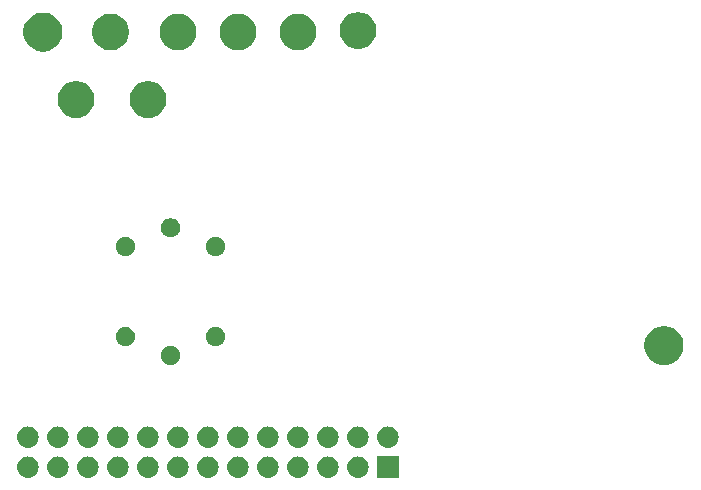
<source format=gbr>
G04 #@! TF.GenerationSoftware,KiCad,Pcbnew,(5.1.4)-1*
G04 #@! TF.CreationDate,2019-12-13T11:21:49+09:00*
G04 #@! TF.ProjectId,microcar_head,6d696372-6f63-4617-925f-686561642e6b,rev?*
G04 #@! TF.SameCoordinates,Original*
G04 #@! TF.FileFunction,Soldermask,Bot*
G04 #@! TF.FilePolarity,Negative*
%FSLAX46Y46*%
G04 Gerber Fmt 4.6, Leading zero omitted, Abs format (unit mm)*
G04 Created by KiCad (PCBNEW (5.1.4)-1) date 2019-12-13 11:21:49*
%MOMM*%
%LPD*%
G04 APERTURE LIST*
%ADD10C,0.100000*%
G04 APERTURE END LIST*
D10*
G36*
X40750443Y-63240519D02*
G01*
X40816627Y-63247037D01*
X40986466Y-63298557D01*
X41142991Y-63382222D01*
X41178729Y-63411552D01*
X41280186Y-63494814D01*
X41363448Y-63596271D01*
X41392778Y-63632009D01*
X41476443Y-63788534D01*
X41527963Y-63958373D01*
X41545359Y-64135000D01*
X41527963Y-64311627D01*
X41476443Y-64481466D01*
X41392778Y-64637991D01*
X41363448Y-64673729D01*
X41280186Y-64775186D01*
X41178729Y-64858448D01*
X41142991Y-64887778D01*
X40986466Y-64971443D01*
X40816627Y-65022963D01*
X40750442Y-65029482D01*
X40684260Y-65036000D01*
X40595740Y-65036000D01*
X40529558Y-65029482D01*
X40463373Y-65022963D01*
X40293534Y-64971443D01*
X40137009Y-64887778D01*
X40101271Y-64858448D01*
X39999814Y-64775186D01*
X39916552Y-64673729D01*
X39887222Y-64637991D01*
X39803557Y-64481466D01*
X39752037Y-64311627D01*
X39734641Y-64135000D01*
X39752037Y-63958373D01*
X39803557Y-63788534D01*
X39887222Y-63632009D01*
X39916552Y-63596271D01*
X39999814Y-63494814D01*
X40101271Y-63411552D01*
X40137009Y-63382222D01*
X40293534Y-63298557D01*
X40463373Y-63247037D01*
X40529557Y-63240519D01*
X40595740Y-63234000D01*
X40684260Y-63234000D01*
X40750443Y-63240519D01*
X40750443Y-63240519D01*
G37*
G36*
X48370443Y-63240519D02*
G01*
X48436627Y-63247037D01*
X48606466Y-63298557D01*
X48762991Y-63382222D01*
X48798729Y-63411552D01*
X48900186Y-63494814D01*
X48983448Y-63596271D01*
X49012778Y-63632009D01*
X49096443Y-63788534D01*
X49147963Y-63958373D01*
X49165359Y-64135000D01*
X49147963Y-64311627D01*
X49096443Y-64481466D01*
X49012778Y-64637991D01*
X48983448Y-64673729D01*
X48900186Y-64775186D01*
X48798729Y-64858448D01*
X48762991Y-64887778D01*
X48606466Y-64971443D01*
X48436627Y-65022963D01*
X48370442Y-65029482D01*
X48304260Y-65036000D01*
X48215740Y-65036000D01*
X48149558Y-65029482D01*
X48083373Y-65022963D01*
X47913534Y-64971443D01*
X47757009Y-64887778D01*
X47721271Y-64858448D01*
X47619814Y-64775186D01*
X47536552Y-64673729D01*
X47507222Y-64637991D01*
X47423557Y-64481466D01*
X47372037Y-64311627D01*
X47354641Y-64135000D01*
X47372037Y-63958373D01*
X47423557Y-63788534D01*
X47507222Y-63632009D01*
X47536552Y-63596271D01*
X47619814Y-63494814D01*
X47721271Y-63411552D01*
X47757009Y-63382222D01*
X47913534Y-63298557D01*
X48083373Y-63247037D01*
X48149557Y-63240519D01*
X48215740Y-63234000D01*
X48304260Y-63234000D01*
X48370443Y-63240519D01*
X48370443Y-63240519D01*
G37*
G36*
X51701000Y-65036000D02*
G01*
X49899000Y-65036000D01*
X49899000Y-63234000D01*
X51701000Y-63234000D01*
X51701000Y-65036000D01*
X51701000Y-65036000D01*
G37*
G36*
X45830443Y-63240519D02*
G01*
X45896627Y-63247037D01*
X46066466Y-63298557D01*
X46222991Y-63382222D01*
X46258729Y-63411552D01*
X46360186Y-63494814D01*
X46443448Y-63596271D01*
X46472778Y-63632009D01*
X46556443Y-63788534D01*
X46607963Y-63958373D01*
X46625359Y-64135000D01*
X46607963Y-64311627D01*
X46556443Y-64481466D01*
X46472778Y-64637991D01*
X46443448Y-64673729D01*
X46360186Y-64775186D01*
X46258729Y-64858448D01*
X46222991Y-64887778D01*
X46066466Y-64971443D01*
X45896627Y-65022963D01*
X45830442Y-65029482D01*
X45764260Y-65036000D01*
X45675740Y-65036000D01*
X45609558Y-65029482D01*
X45543373Y-65022963D01*
X45373534Y-64971443D01*
X45217009Y-64887778D01*
X45181271Y-64858448D01*
X45079814Y-64775186D01*
X44996552Y-64673729D01*
X44967222Y-64637991D01*
X44883557Y-64481466D01*
X44832037Y-64311627D01*
X44814641Y-64135000D01*
X44832037Y-63958373D01*
X44883557Y-63788534D01*
X44967222Y-63632009D01*
X44996552Y-63596271D01*
X45079814Y-63494814D01*
X45181271Y-63411552D01*
X45217009Y-63382222D01*
X45373534Y-63298557D01*
X45543373Y-63247037D01*
X45609557Y-63240519D01*
X45675740Y-63234000D01*
X45764260Y-63234000D01*
X45830443Y-63240519D01*
X45830443Y-63240519D01*
G37*
G36*
X43290443Y-63240519D02*
G01*
X43356627Y-63247037D01*
X43526466Y-63298557D01*
X43682991Y-63382222D01*
X43718729Y-63411552D01*
X43820186Y-63494814D01*
X43903448Y-63596271D01*
X43932778Y-63632009D01*
X44016443Y-63788534D01*
X44067963Y-63958373D01*
X44085359Y-64135000D01*
X44067963Y-64311627D01*
X44016443Y-64481466D01*
X43932778Y-64637991D01*
X43903448Y-64673729D01*
X43820186Y-64775186D01*
X43718729Y-64858448D01*
X43682991Y-64887778D01*
X43526466Y-64971443D01*
X43356627Y-65022963D01*
X43290442Y-65029482D01*
X43224260Y-65036000D01*
X43135740Y-65036000D01*
X43069558Y-65029482D01*
X43003373Y-65022963D01*
X42833534Y-64971443D01*
X42677009Y-64887778D01*
X42641271Y-64858448D01*
X42539814Y-64775186D01*
X42456552Y-64673729D01*
X42427222Y-64637991D01*
X42343557Y-64481466D01*
X42292037Y-64311627D01*
X42274641Y-64135000D01*
X42292037Y-63958373D01*
X42343557Y-63788534D01*
X42427222Y-63632009D01*
X42456552Y-63596271D01*
X42539814Y-63494814D01*
X42641271Y-63411552D01*
X42677009Y-63382222D01*
X42833534Y-63298557D01*
X43003373Y-63247037D01*
X43069557Y-63240519D01*
X43135740Y-63234000D01*
X43224260Y-63234000D01*
X43290443Y-63240519D01*
X43290443Y-63240519D01*
G37*
G36*
X38210443Y-63240519D02*
G01*
X38276627Y-63247037D01*
X38446466Y-63298557D01*
X38602991Y-63382222D01*
X38638729Y-63411552D01*
X38740186Y-63494814D01*
X38823448Y-63596271D01*
X38852778Y-63632009D01*
X38936443Y-63788534D01*
X38987963Y-63958373D01*
X39005359Y-64135000D01*
X38987963Y-64311627D01*
X38936443Y-64481466D01*
X38852778Y-64637991D01*
X38823448Y-64673729D01*
X38740186Y-64775186D01*
X38638729Y-64858448D01*
X38602991Y-64887778D01*
X38446466Y-64971443D01*
X38276627Y-65022963D01*
X38210442Y-65029482D01*
X38144260Y-65036000D01*
X38055740Y-65036000D01*
X37989558Y-65029482D01*
X37923373Y-65022963D01*
X37753534Y-64971443D01*
X37597009Y-64887778D01*
X37561271Y-64858448D01*
X37459814Y-64775186D01*
X37376552Y-64673729D01*
X37347222Y-64637991D01*
X37263557Y-64481466D01*
X37212037Y-64311627D01*
X37194641Y-64135000D01*
X37212037Y-63958373D01*
X37263557Y-63788534D01*
X37347222Y-63632009D01*
X37376552Y-63596271D01*
X37459814Y-63494814D01*
X37561271Y-63411552D01*
X37597009Y-63382222D01*
X37753534Y-63298557D01*
X37923373Y-63247037D01*
X37989557Y-63240519D01*
X38055740Y-63234000D01*
X38144260Y-63234000D01*
X38210443Y-63240519D01*
X38210443Y-63240519D01*
G37*
G36*
X35670443Y-63240519D02*
G01*
X35736627Y-63247037D01*
X35906466Y-63298557D01*
X36062991Y-63382222D01*
X36098729Y-63411552D01*
X36200186Y-63494814D01*
X36283448Y-63596271D01*
X36312778Y-63632009D01*
X36396443Y-63788534D01*
X36447963Y-63958373D01*
X36465359Y-64135000D01*
X36447963Y-64311627D01*
X36396443Y-64481466D01*
X36312778Y-64637991D01*
X36283448Y-64673729D01*
X36200186Y-64775186D01*
X36098729Y-64858448D01*
X36062991Y-64887778D01*
X35906466Y-64971443D01*
X35736627Y-65022963D01*
X35670442Y-65029482D01*
X35604260Y-65036000D01*
X35515740Y-65036000D01*
X35449558Y-65029482D01*
X35383373Y-65022963D01*
X35213534Y-64971443D01*
X35057009Y-64887778D01*
X35021271Y-64858448D01*
X34919814Y-64775186D01*
X34836552Y-64673729D01*
X34807222Y-64637991D01*
X34723557Y-64481466D01*
X34672037Y-64311627D01*
X34654641Y-64135000D01*
X34672037Y-63958373D01*
X34723557Y-63788534D01*
X34807222Y-63632009D01*
X34836552Y-63596271D01*
X34919814Y-63494814D01*
X35021271Y-63411552D01*
X35057009Y-63382222D01*
X35213534Y-63298557D01*
X35383373Y-63247037D01*
X35449557Y-63240519D01*
X35515740Y-63234000D01*
X35604260Y-63234000D01*
X35670443Y-63240519D01*
X35670443Y-63240519D01*
G37*
G36*
X33130443Y-63240519D02*
G01*
X33196627Y-63247037D01*
X33366466Y-63298557D01*
X33522991Y-63382222D01*
X33558729Y-63411552D01*
X33660186Y-63494814D01*
X33743448Y-63596271D01*
X33772778Y-63632009D01*
X33856443Y-63788534D01*
X33907963Y-63958373D01*
X33925359Y-64135000D01*
X33907963Y-64311627D01*
X33856443Y-64481466D01*
X33772778Y-64637991D01*
X33743448Y-64673729D01*
X33660186Y-64775186D01*
X33558729Y-64858448D01*
X33522991Y-64887778D01*
X33366466Y-64971443D01*
X33196627Y-65022963D01*
X33130442Y-65029482D01*
X33064260Y-65036000D01*
X32975740Y-65036000D01*
X32909558Y-65029482D01*
X32843373Y-65022963D01*
X32673534Y-64971443D01*
X32517009Y-64887778D01*
X32481271Y-64858448D01*
X32379814Y-64775186D01*
X32296552Y-64673729D01*
X32267222Y-64637991D01*
X32183557Y-64481466D01*
X32132037Y-64311627D01*
X32114641Y-64135000D01*
X32132037Y-63958373D01*
X32183557Y-63788534D01*
X32267222Y-63632009D01*
X32296552Y-63596271D01*
X32379814Y-63494814D01*
X32481271Y-63411552D01*
X32517009Y-63382222D01*
X32673534Y-63298557D01*
X32843373Y-63247037D01*
X32909557Y-63240519D01*
X32975740Y-63234000D01*
X33064260Y-63234000D01*
X33130443Y-63240519D01*
X33130443Y-63240519D01*
G37*
G36*
X30590443Y-63240519D02*
G01*
X30656627Y-63247037D01*
X30826466Y-63298557D01*
X30982991Y-63382222D01*
X31018729Y-63411552D01*
X31120186Y-63494814D01*
X31203448Y-63596271D01*
X31232778Y-63632009D01*
X31316443Y-63788534D01*
X31367963Y-63958373D01*
X31385359Y-64135000D01*
X31367963Y-64311627D01*
X31316443Y-64481466D01*
X31232778Y-64637991D01*
X31203448Y-64673729D01*
X31120186Y-64775186D01*
X31018729Y-64858448D01*
X30982991Y-64887778D01*
X30826466Y-64971443D01*
X30656627Y-65022963D01*
X30590442Y-65029482D01*
X30524260Y-65036000D01*
X30435740Y-65036000D01*
X30369558Y-65029482D01*
X30303373Y-65022963D01*
X30133534Y-64971443D01*
X29977009Y-64887778D01*
X29941271Y-64858448D01*
X29839814Y-64775186D01*
X29756552Y-64673729D01*
X29727222Y-64637991D01*
X29643557Y-64481466D01*
X29592037Y-64311627D01*
X29574641Y-64135000D01*
X29592037Y-63958373D01*
X29643557Y-63788534D01*
X29727222Y-63632009D01*
X29756552Y-63596271D01*
X29839814Y-63494814D01*
X29941271Y-63411552D01*
X29977009Y-63382222D01*
X30133534Y-63298557D01*
X30303373Y-63247037D01*
X30369557Y-63240519D01*
X30435740Y-63234000D01*
X30524260Y-63234000D01*
X30590443Y-63240519D01*
X30590443Y-63240519D01*
G37*
G36*
X28050443Y-63240519D02*
G01*
X28116627Y-63247037D01*
X28286466Y-63298557D01*
X28442991Y-63382222D01*
X28478729Y-63411552D01*
X28580186Y-63494814D01*
X28663448Y-63596271D01*
X28692778Y-63632009D01*
X28776443Y-63788534D01*
X28827963Y-63958373D01*
X28845359Y-64135000D01*
X28827963Y-64311627D01*
X28776443Y-64481466D01*
X28692778Y-64637991D01*
X28663448Y-64673729D01*
X28580186Y-64775186D01*
X28478729Y-64858448D01*
X28442991Y-64887778D01*
X28286466Y-64971443D01*
X28116627Y-65022963D01*
X28050442Y-65029482D01*
X27984260Y-65036000D01*
X27895740Y-65036000D01*
X27829558Y-65029482D01*
X27763373Y-65022963D01*
X27593534Y-64971443D01*
X27437009Y-64887778D01*
X27401271Y-64858448D01*
X27299814Y-64775186D01*
X27216552Y-64673729D01*
X27187222Y-64637991D01*
X27103557Y-64481466D01*
X27052037Y-64311627D01*
X27034641Y-64135000D01*
X27052037Y-63958373D01*
X27103557Y-63788534D01*
X27187222Y-63632009D01*
X27216552Y-63596271D01*
X27299814Y-63494814D01*
X27401271Y-63411552D01*
X27437009Y-63382222D01*
X27593534Y-63298557D01*
X27763373Y-63247037D01*
X27829557Y-63240519D01*
X27895740Y-63234000D01*
X27984260Y-63234000D01*
X28050443Y-63240519D01*
X28050443Y-63240519D01*
G37*
G36*
X25510443Y-63240519D02*
G01*
X25576627Y-63247037D01*
X25746466Y-63298557D01*
X25902991Y-63382222D01*
X25938729Y-63411552D01*
X26040186Y-63494814D01*
X26123448Y-63596271D01*
X26152778Y-63632009D01*
X26236443Y-63788534D01*
X26287963Y-63958373D01*
X26305359Y-64135000D01*
X26287963Y-64311627D01*
X26236443Y-64481466D01*
X26152778Y-64637991D01*
X26123448Y-64673729D01*
X26040186Y-64775186D01*
X25938729Y-64858448D01*
X25902991Y-64887778D01*
X25746466Y-64971443D01*
X25576627Y-65022963D01*
X25510442Y-65029482D01*
X25444260Y-65036000D01*
X25355740Y-65036000D01*
X25289558Y-65029482D01*
X25223373Y-65022963D01*
X25053534Y-64971443D01*
X24897009Y-64887778D01*
X24861271Y-64858448D01*
X24759814Y-64775186D01*
X24676552Y-64673729D01*
X24647222Y-64637991D01*
X24563557Y-64481466D01*
X24512037Y-64311627D01*
X24494641Y-64135000D01*
X24512037Y-63958373D01*
X24563557Y-63788534D01*
X24647222Y-63632009D01*
X24676552Y-63596271D01*
X24759814Y-63494814D01*
X24861271Y-63411552D01*
X24897009Y-63382222D01*
X25053534Y-63298557D01*
X25223373Y-63247037D01*
X25289557Y-63240519D01*
X25355740Y-63234000D01*
X25444260Y-63234000D01*
X25510443Y-63240519D01*
X25510443Y-63240519D01*
G37*
G36*
X22970443Y-63240519D02*
G01*
X23036627Y-63247037D01*
X23206466Y-63298557D01*
X23362991Y-63382222D01*
X23398729Y-63411552D01*
X23500186Y-63494814D01*
X23583448Y-63596271D01*
X23612778Y-63632009D01*
X23696443Y-63788534D01*
X23747963Y-63958373D01*
X23765359Y-64135000D01*
X23747963Y-64311627D01*
X23696443Y-64481466D01*
X23612778Y-64637991D01*
X23583448Y-64673729D01*
X23500186Y-64775186D01*
X23398729Y-64858448D01*
X23362991Y-64887778D01*
X23206466Y-64971443D01*
X23036627Y-65022963D01*
X22970442Y-65029482D01*
X22904260Y-65036000D01*
X22815740Y-65036000D01*
X22749558Y-65029482D01*
X22683373Y-65022963D01*
X22513534Y-64971443D01*
X22357009Y-64887778D01*
X22321271Y-64858448D01*
X22219814Y-64775186D01*
X22136552Y-64673729D01*
X22107222Y-64637991D01*
X22023557Y-64481466D01*
X21972037Y-64311627D01*
X21954641Y-64135000D01*
X21972037Y-63958373D01*
X22023557Y-63788534D01*
X22107222Y-63632009D01*
X22136552Y-63596271D01*
X22219814Y-63494814D01*
X22321271Y-63411552D01*
X22357009Y-63382222D01*
X22513534Y-63298557D01*
X22683373Y-63247037D01*
X22749557Y-63240519D01*
X22815740Y-63234000D01*
X22904260Y-63234000D01*
X22970443Y-63240519D01*
X22970443Y-63240519D01*
G37*
G36*
X20430443Y-63240519D02*
G01*
X20496627Y-63247037D01*
X20666466Y-63298557D01*
X20822991Y-63382222D01*
X20858729Y-63411552D01*
X20960186Y-63494814D01*
X21043448Y-63596271D01*
X21072778Y-63632009D01*
X21156443Y-63788534D01*
X21207963Y-63958373D01*
X21225359Y-64135000D01*
X21207963Y-64311627D01*
X21156443Y-64481466D01*
X21072778Y-64637991D01*
X21043448Y-64673729D01*
X20960186Y-64775186D01*
X20858729Y-64858448D01*
X20822991Y-64887778D01*
X20666466Y-64971443D01*
X20496627Y-65022963D01*
X20430442Y-65029482D01*
X20364260Y-65036000D01*
X20275740Y-65036000D01*
X20209558Y-65029482D01*
X20143373Y-65022963D01*
X19973534Y-64971443D01*
X19817009Y-64887778D01*
X19781271Y-64858448D01*
X19679814Y-64775186D01*
X19596552Y-64673729D01*
X19567222Y-64637991D01*
X19483557Y-64481466D01*
X19432037Y-64311627D01*
X19414641Y-64135000D01*
X19432037Y-63958373D01*
X19483557Y-63788534D01*
X19567222Y-63632009D01*
X19596552Y-63596271D01*
X19679814Y-63494814D01*
X19781271Y-63411552D01*
X19817009Y-63382222D01*
X19973534Y-63298557D01*
X20143373Y-63247037D01*
X20209557Y-63240519D01*
X20275740Y-63234000D01*
X20364260Y-63234000D01*
X20430443Y-63240519D01*
X20430443Y-63240519D01*
G37*
G36*
X33130443Y-60700519D02*
G01*
X33196627Y-60707037D01*
X33366466Y-60758557D01*
X33522991Y-60842222D01*
X33558729Y-60871552D01*
X33660186Y-60954814D01*
X33743448Y-61056271D01*
X33772778Y-61092009D01*
X33856443Y-61248534D01*
X33907963Y-61418373D01*
X33925359Y-61595000D01*
X33907963Y-61771627D01*
X33856443Y-61941466D01*
X33772778Y-62097991D01*
X33743448Y-62133729D01*
X33660186Y-62235186D01*
X33558729Y-62318448D01*
X33522991Y-62347778D01*
X33366466Y-62431443D01*
X33196627Y-62482963D01*
X33130443Y-62489481D01*
X33064260Y-62496000D01*
X32975740Y-62496000D01*
X32909557Y-62489481D01*
X32843373Y-62482963D01*
X32673534Y-62431443D01*
X32517009Y-62347778D01*
X32481271Y-62318448D01*
X32379814Y-62235186D01*
X32296552Y-62133729D01*
X32267222Y-62097991D01*
X32183557Y-61941466D01*
X32132037Y-61771627D01*
X32114641Y-61595000D01*
X32132037Y-61418373D01*
X32183557Y-61248534D01*
X32267222Y-61092009D01*
X32296552Y-61056271D01*
X32379814Y-60954814D01*
X32481271Y-60871552D01*
X32517009Y-60842222D01*
X32673534Y-60758557D01*
X32843373Y-60707037D01*
X32909557Y-60700519D01*
X32975740Y-60694000D01*
X33064260Y-60694000D01*
X33130443Y-60700519D01*
X33130443Y-60700519D01*
G37*
G36*
X20430443Y-60700519D02*
G01*
X20496627Y-60707037D01*
X20666466Y-60758557D01*
X20822991Y-60842222D01*
X20858729Y-60871552D01*
X20960186Y-60954814D01*
X21043448Y-61056271D01*
X21072778Y-61092009D01*
X21156443Y-61248534D01*
X21207963Y-61418373D01*
X21225359Y-61595000D01*
X21207963Y-61771627D01*
X21156443Y-61941466D01*
X21072778Y-62097991D01*
X21043448Y-62133729D01*
X20960186Y-62235186D01*
X20858729Y-62318448D01*
X20822991Y-62347778D01*
X20666466Y-62431443D01*
X20496627Y-62482963D01*
X20430443Y-62489481D01*
X20364260Y-62496000D01*
X20275740Y-62496000D01*
X20209557Y-62489481D01*
X20143373Y-62482963D01*
X19973534Y-62431443D01*
X19817009Y-62347778D01*
X19781271Y-62318448D01*
X19679814Y-62235186D01*
X19596552Y-62133729D01*
X19567222Y-62097991D01*
X19483557Y-61941466D01*
X19432037Y-61771627D01*
X19414641Y-61595000D01*
X19432037Y-61418373D01*
X19483557Y-61248534D01*
X19567222Y-61092009D01*
X19596552Y-61056271D01*
X19679814Y-60954814D01*
X19781271Y-60871552D01*
X19817009Y-60842222D01*
X19973534Y-60758557D01*
X20143373Y-60707037D01*
X20209557Y-60700519D01*
X20275740Y-60694000D01*
X20364260Y-60694000D01*
X20430443Y-60700519D01*
X20430443Y-60700519D01*
G37*
G36*
X22970443Y-60700519D02*
G01*
X23036627Y-60707037D01*
X23206466Y-60758557D01*
X23362991Y-60842222D01*
X23398729Y-60871552D01*
X23500186Y-60954814D01*
X23583448Y-61056271D01*
X23612778Y-61092009D01*
X23696443Y-61248534D01*
X23747963Y-61418373D01*
X23765359Y-61595000D01*
X23747963Y-61771627D01*
X23696443Y-61941466D01*
X23612778Y-62097991D01*
X23583448Y-62133729D01*
X23500186Y-62235186D01*
X23398729Y-62318448D01*
X23362991Y-62347778D01*
X23206466Y-62431443D01*
X23036627Y-62482963D01*
X22970443Y-62489481D01*
X22904260Y-62496000D01*
X22815740Y-62496000D01*
X22749557Y-62489481D01*
X22683373Y-62482963D01*
X22513534Y-62431443D01*
X22357009Y-62347778D01*
X22321271Y-62318448D01*
X22219814Y-62235186D01*
X22136552Y-62133729D01*
X22107222Y-62097991D01*
X22023557Y-61941466D01*
X21972037Y-61771627D01*
X21954641Y-61595000D01*
X21972037Y-61418373D01*
X22023557Y-61248534D01*
X22107222Y-61092009D01*
X22136552Y-61056271D01*
X22219814Y-60954814D01*
X22321271Y-60871552D01*
X22357009Y-60842222D01*
X22513534Y-60758557D01*
X22683373Y-60707037D01*
X22749557Y-60700519D01*
X22815740Y-60694000D01*
X22904260Y-60694000D01*
X22970443Y-60700519D01*
X22970443Y-60700519D01*
G37*
G36*
X25510443Y-60700519D02*
G01*
X25576627Y-60707037D01*
X25746466Y-60758557D01*
X25902991Y-60842222D01*
X25938729Y-60871552D01*
X26040186Y-60954814D01*
X26123448Y-61056271D01*
X26152778Y-61092009D01*
X26236443Y-61248534D01*
X26287963Y-61418373D01*
X26305359Y-61595000D01*
X26287963Y-61771627D01*
X26236443Y-61941466D01*
X26152778Y-62097991D01*
X26123448Y-62133729D01*
X26040186Y-62235186D01*
X25938729Y-62318448D01*
X25902991Y-62347778D01*
X25746466Y-62431443D01*
X25576627Y-62482963D01*
X25510443Y-62489481D01*
X25444260Y-62496000D01*
X25355740Y-62496000D01*
X25289557Y-62489481D01*
X25223373Y-62482963D01*
X25053534Y-62431443D01*
X24897009Y-62347778D01*
X24861271Y-62318448D01*
X24759814Y-62235186D01*
X24676552Y-62133729D01*
X24647222Y-62097991D01*
X24563557Y-61941466D01*
X24512037Y-61771627D01*
X24494641Y-61595000D01*
X24512037Y-61418373D01*
X24563557Y-61248534D01*
X24647222Y-61092009D01*
X24676552Y-61056271D01*
X24759814Y-60954814D01*
X24861271Y-60871552D01*
X24897009Y-60842222D01*
X25053534Y-60758557D01*
X25223373Y-60707037D01*
X25289557Y-60700519D01*
X25355740Y-60694000D01*
X25444260Y-60694000D01*
X25510443Y-60700519D01*
X25510443Y-60700519D01*
G37*
G36*
X28050443Y-60700519D02*
G01*
X28116627Y-60707037D01*
X28286466Y-60758557D01*
X28442991Y-60842222D01*
X28478729Y-60871552D01*
X28580186Y-60954814D01*
X28663448Y-61056271D01*
X28692778Y-61092009D01*
X28776443Y-61248534D01*
X28827963Y-61418373D01*
X28845359Y-61595000D01*
X28827963Y-61771627D01*
X28776443Y-61941466D01*
X28692778Y-62097991D01*
X28663448Y-62133729D01*
X28580186Y-62235186D01*
X28478729Y-62318448D01*
X28442991Y-62347778D01*
X28286466Y-62431443D01*
X28116627Y-62482963D01*
X28050443Y-62489481D01*
X27984260Y-62496000D01*
X27895740Y-62496000D01*
X27829557Y-62489481D01*
X27763373Y-62482963D01*
X27593534Y-62431443D01*
X27437009Y-62347778D01*
X27401271Y-62318448D01*
X27299814Y-62235186D01*
X27216552Y-62133729D01*
X27187222Y-62097991D01*
X27103557Y-61941466D01*
X27052037Y-61771627D01*
X27034641Y-61595000D01*
X27052037Y-61418373D01*
X27103557Y-61248534D01*
X27187222Y-61092009D01*
X27216552Y-61056271D01*
X27299814Y-60954814D01*
X27401271Y-60871552D01*
X27437009Y-60842222D01*
X27593534Y-60758557D01*
X27763373Y-60707037D01*
X27829557Y-60700519D01*
X27895740Y-60694000D01*
X27984260Y-60694000D01*
X28050443Y-60700519D01*
X28050443Y-60700519D01*
G37*
G36*
X30590443Y-60700519D02*
G01*
X30656627Y-60707037D01*
X30826466Y-60758557D01*
X30982991Y-60842222D01*
X31018729Y-60871552D01*
X31120186Y-60954814D01*
X31203448Y-61056271D01*
X31232778Y-61092009D01*
X31316443Y-61248534D01*
X31367963Y-61418373D01*
X31385359Y-61595000D01*
X31367963Y-61771627D01*
X31316443Y-61941466D01*
X31232778Y-62097991D01*
X31203448Y-62133729D01*
X31120186Y-62235186D01*
X31018729Y-62318448D01*
X30982991Y-62347778D01*
X30826466Y-62431443D01*
X30656627Y-62482963D01*
X30590443Y-62489481D01*
X30524260Y-62496000D01*
X30435740Y-62496000D01*
X30369557Y-62489481D01*
X30303373Y-62482963D01*
X30133534Y-62431443D01*
X29977009Y-62347778D01*
X29941271Y-62318448D01*
X29839814Y-62235186D01*
X29756552Y-62133729D01*
X29727222Y-62097991D01*
X29643557Y-61941466D01*
X29592037Y-61771627D01*
X29574641Y-61595000D01*
X29592037Y-61418373D01*
X29643557Y-61248534D01*
X29727222Y-61092009D01*
X29756552Y-61056271D01*
X29839814Y-60954814D01*
X29941271Y-60871552D01*
X29977009Y-60842222D01*
X30133534Y-60758557D01*
X30303373Y-60707037D01*
X30369557Y-60700519D01*
X30435740Y-60694000D01*
X30524260Y-60694000D01*
X30590443Y-60700519D01*
X30590443Y-60700519D01*
G37*
G36*
X40750443Y-60700519D02*
G01*
X40816627Y-60707037D01*
X40986466Y-60758557D01*
X41142991Y-60842222D01*
X41178729Y-60871552D01*
X41280186Y-60954814D01*
X41363448Y-61056271D01*
X41392778Y-61092009D01*
X41476443Y-61248534D01*
X41527963Y-61418373D01*
X41545359Y-61595000D01*
X41527963Y-61771627D01*
X41476443Y-61941466D01*
X41392778Y-62097991D01*
X41363448Y-62133729D01*
X41280186Y-62235186D01*
X41178729Y-62318448D01*
X41142991Y-62347778D01*
X40986466Y-62431443D01*
X40816627Y-62482963D01*
X40750443Y-62489481D01*
X40684260Y-62496000D01*
X40595740Y-62496000D01*
X40529557Y-62489481D01*
X40463373Y-62482963D01*
X40293534Y-62431443D01*
X40137009Y-62347778D01*
X40101271Y-62318448D01*
X39999814Y-62235186D01*
X39916552Y-62133729D01*
X39887222Y-62097991D01*
X39803557Y-61941466D01*
X39752037Y-61771627D01*
X39734641Y-61595000D01*
X39752037Y-61418373D01*
X39803557Y-61248534D01*
X39887222Y-61092009D01*
X39916552Y-61056271D01*
X39999814Y-60954814D01*
X40101271Y-60871552D01*
X40137009Y-60842222D01*
X40293534Y-60758557D01*
X40463373Y-60707037D01*
X40529557Y-60700519D01*
X40595740Y-60694000D01*
X40684260Y-60694000D01*
X40750443Y-60700519D01*
X40750443Y-60700519D01*
G37*
G36*
X43290443Y-60700519D02*
G01*
X43356627Y-60707037D01*
X43526466Y-60758557D01*
X43682991Y-60842222D01*
X43718729Y-60871552D01*
X43820186Y-60954814D01*
X43903448Y-61056271D01*
X43932778Y-61092009D01*
X44016443Y-61248534D01*
X44067963Y-61418373D01*
X44085359Y-61595000D01*
X44067963Y-61771627D01*
X44016443Y-61941466D01*
X43932778Y-62097991D01*
X43903448Y-62133729D01*
X43820186Y-62235186D01*
X43718729Y-62318448D01*
X43682991Y-62347778D01*
X43526466Y-62431443D01*
X43356627Y-62482963D01*
X43290443Y-62489481D01*
X43224260Y-62496000D01*
X43135740Y-62496000D01*
X43069557Y-62489481D01*
X43003373Y-62482963D01*
X42833534Y-62431443D01*
X42677009Y-62347778D01*
X42641271Y-62318448D01*
X42539814Y-62235186D01*
X42456552Y-62133729D01*
X42427222Y-62097991D01*
X42343557Y-61941466D01*
X42292037Y-61771627D01*
X42274641Y-61595000D01*
X42292037Y-61418373D01*
X42343557Y-61248534D01*
X42427222Y-61092009D01*
X42456552Y-61056271D01*
X42539814Y-60954814D01*
X42641271Y-60871552D01*
X42677009Y-60842222D01*
X42833534Y-60758557D01*
X43003373Y-60707037D01*
X43069557Y-60700519D01*
X43135740Y-60694000D01*
X43224260Y-60694000D01*
X43290443Y-60700519D01*
X43290443Y-60700519D01*
G37*
G36*
X50910443Y-60700519D02*
G01*
X50976627Y-60707037D01*
X51146466Y-60758557D01*
X51302991Y-60842222D01*
X51338729Y-60871552D01*
X51440186Y-60954814D01*
X51523448Y-61056271D01*
X51552778Y-61092009D01*
X51636443Y-61248534D01*
X51687963Y-61418373D01*
X51705359Y-61595000D01*
X51687963Y-61771627D01*
X51636443Y-61941466D01*
X51552778Y-62097991D01*
X51523448Y-62133729D01*
X51440186Y-62235186D01*
X51338729Y-62318448D01*
X51302991Y-62347778D01*
X51146466Y-62431443D01*
X50976627Y-62482963D01*
X50910443Y-62489481D01*
X50844260Y-62496000D01*
X50755740Y-62496000D01*
X50689557Y-62489481D01*
X50623373Y-62482963D01*
X50453534Y-62431443D01*
X50297009Y-62347778D01*
X50261271Y-62318448D01*
X50159814Y-62235186D01*
X50076552Y-62133729D01*
X50047222Y-62097991D01*
X49963557Y-61941466D01*
X49912037Y-61771627D01*
X49894641Y-61595000D01*
X49912037Y-61418373D01*
X49963557Y-61248534D01*
X50047222Y-61092009D01*
X50076552Y-61056271D01*
X50159814Y-60954814D01*
X50261271Y-60871552D01*
X50297009Y-60842222D01*
X50453534Y-60758557D01*
X50623373Y-60707037D01*
X50689557Y-60700519D01*
X50755740Y-60694000D01*
X50844260Y-60694000D01*
X50910443Y-60700519D01*
X50910443Y-60700519D01*
G37*
G36*
X45830443Y-60700519D02*
G01*
X45896627Y-60707037D01*
X46066466Y-60758557D01*
X46222991Y-60842222D01*
X46258729Y-60871552D01*
X46360186Y-60954814D01*
X46443448Y-61056271D01*
X46472778Y-61092009D01*
X46556443Y-61248534D01*
X46607963Y-61418373D01*
X46625359Y-61595000D01*
X46607963Y-61771627D01*
X46556443Y-61941466D01*
X46472778Y-62097991D01*
X46443448Y-62133729D01*
X46360186Y-62235186D01*
X46258729Y-62318448D01*
X46222991Y-62347778D01*
X46066466Y-62431443D01*
X45896627Y-62482963D01*
X45830443Y-62489481D01*
X45764260Y-62496000D01*
X45675740Y-62496000D01*
X45609557Y-62489481D01*
X45543373Y-62482963D01*
X45373534Y-62431443D01*
X45217009Y-62347778D01*
X45181271Y-62318448D01*
X45079814Y-62235186D01*
X44996552Y-62133729D01*
X44967222Y-62097991D01*
X44883557Y-61941466D01*
X44832037Y-61771627D01*
X44814641Y-61595000D01*
X44832037Y-61418373D01*
X44883557Y-61248534D01*
X44967222Y-61092009D01*
X44996552Y-61056271D01*
X45079814Y-60954814D01*
X45181271Y-60871552D01*
X45217009Y-60842222D01*
X45373534Y-60758557D01*
X45543373Y-60707037D01*
X45609557Y-60700519D01*
X45675740Y-60694000D01*
X45764260Y-60694000D01*
X45830443Y-60700519D01*
X45830443Y-60700519D01*
G37*
G36*
X35670443Y-60700519D02*
G01*
X35736627Y-60707037D01*
X35906466Y-60758557D01*
X36062991Y-60842222D01*
X36098729Y-60871552D01*
X36200186Y-60954814D01*
X36283448Y-61056271D01*
X36312778Y-61092009D01*
X36396443Y-61248534D01*
X36447963Y-61418373D01*
X36465359Y-61595000D01*
X36447963Y-61771627D01*
X36396443Y-61941466D01*
X36312778Y-62097991D01*
X36283448Y-62133729D01*
X36200186Y-62235186D01*
X36098729Y-62318448D01*
X36062991Y-62347778D01*
X35906466Y-62431443D01*
X35736627Y-62482963D01*
X35670443Y-62489481D01*
X35604260Y-62496000D01*
X35515740Y-62496000D01*
X35449557Y-62489481D01*
X35383373Y-62482963D01*
X35213534Y-62431443D01*
X35057009Y-62347778D01*
X35021271Y-62318448D01*
X34919814Y-62235186D01*
X34836552Y-62133729D01*
X34807222Y-62097991D01*
X34723557Y-61941466D01*
X34672037Y-61771627D01*
X34654641Y-61595000D01*
X34672037Y-61418373D01*
X34723557Y-61248534D01*
X34807222Y-61092009D01*
X34836552Y-61056271D01*
X34919814Y-60954814D01*
X35021271Y-60871552D01*
X35057009Y-60842222D01*
X35213534Y-60758557D01*
X35383373Y-60707037D01*
X35449557Y-60700519D01*
X35515740Y-60694000D01*
X35604260Y-60694000D01*
X35670443Y-60700519D01*
X35670443Y-60700519D01*
G37*
G36*
X48370443Y-60700519D02*
G01*
X48436627Y-60707037D01*
X48606466Y-60758557D01*
X48762991Y-60842222D01*
X48798729Y-60871552D01*
X48900186Y-60954814D01*
X48983448Y-61056271D01*
X49012778Y-61092009D01*
X49096443Y-61248534D01*
X49147963Y-61418373D01*
X49165359Y-61595000D01*
X49147963Y-61771627D01*
X49096443Y-61941466D01*
X49012778Y-62097991D01*
X48983448Y-62133729D01*
X48900186Y-62235186D01*
X48798729Y-62318448D01*
X48762991Y-62347778D01*
X48606466Y-62431443D01*
X48436627Y-62482963D01*
X48370443Y-62489481D01*
X48304260Y-62496000D01*
X48215740Y-62496000D01*
X48149557Y-62489481D01*
X48083373Y-62482963D01*
X47913534Y-62431443D01*
X47757009Y-62347778D01*
X47721271Y-62318448D01*
X47619814Y-62235186D01*
X47536552Y-62133729D01*
X47507222Y-62097991D01*
X47423557Y-61941466D01*
X47372037Y-61771627D01*
X47354641Y-61595000D01*
X47372037Y-61418373D01*
X47423557Y-61248534D01*
X47507222Y-61092009D01*
X47536552Y-61056271D01*
X47619814Y-60954814D01*
X47721271Y-60871552D01*
X47757009Y-60842222D01*
X47913534Y-60758557D01*
X48083373Y-60707037D01*
X48149557Y-60700519D01*
X48215740Y-60694000D01*
X48304260Y-60694000D01*
X48370443Y-60700519D01*
X48370443Y-60700519D01*
G37*
G36*
X38210443Y-60700519D02*
G01*
X38276627Y-60707037D01*
X38446466Y-60758557D01*
X38602991Y-60842222D01*
X38638729Y-60871552D01*
X38740186Y-60954814D01*
X38823448Y-61056271D01*
X38852778Y-61092009D01*
X38936443Y-61248534D01*
X38987963Y-61418373D01*
X39005359Y-61595000D01*
X38987963Y-61771627D01*
X38936443Y-61941466D01*
X38852778Y-62097991D01*
X38823448Y-62133729D01*
X38740186Y-62235186D01*
X38638729Y-62318448D01*
X38602991Y-62347778D01*
X38446466Y-62431443D01*
X38276627Y-62482963D01*
X38210443Y-62489481D01*
X38144260Y-62496000D01*
X38055740Y-62496000D01*
X37989557Y-62489481D01*
X37923373Y-62482963D01*
X37753534Y-62431443D01*
X37597009Y-62347778D01*
X37561271Y-62318448D01*
X37459814Y-62235186D01*
X37376552Y-62133729D01*
X37347222Y-62097991D01*
X37263557Y-61941466D01*
X37212037Y-61771627D01*
X37194641Y-61595000D01*
X37212037Y-61418373D01*
X37263557Y-61248534D01*
X37347222Y-61092009D01*
X37376552Y-61056271D01*
X37459814Y-60954814D01*
X37561271Y-60871552D01*
X37597009Y-60842222D01*
X37753534Y-60758557D01*
X37923373Y-60707037D01*
X37989557Y-60700519D01*
X38055740Y-60694000D01*
X38144260Y-60694000D01*
X38210443Y-60700519D01*
X38210443Y-60700519D01*
G37*
G36*
X74543256Y-52239298D02*
G01*
X74649579Y-52260447D01*
X74950042Y-52384903D01*
X75220451Y-52565585D01*
X75450415Y-52795549D01*
X75631097Y-53065958D01*
X75741097Y-53331520D01*
X75755553Y-53366422D01*
X75819000Y-53685389D01*
X75819000Y-54010611D01*
X75789733Y-54157743D01*
X75755553Y-54329579D01*
X75631097Y-54630042D01*
X75450415Y-54900451D01*
X75220451Y-55130415D01*
X74950042Y-55311097D01*
X74649579Y-55435553D01*
X74543256Y-55456702D01*
X74330611Y-55499000D01*
X74005389Y-55499000D01*
X73792744Y-55456702D01*
X73686421Y-55435553D01*
X73385958Y-55311097D01*
X73115549Y-55130415D01*
X72885585Y-54900451D01*
X72704903Y-54630042D01*
X72580447Y-54329579D01*
X72546267Y-54157743D01*
X72517000Y-54010611D01*
X72517000Y-53685389D01*
X72580447Y-53366422D01*
X72594904Y-53331520D01*
X72704903Y-53065958D01*
X72885585Y-52795549D01*
X73115549Y-52565585D01*
X73385958Y-52384903D01*
X73686421Y-52260447D01*
X73792744Y-52239298D01*
X74005389Y-52197000D01*
X74330611Y-52197000D01*
X74543256Y-52239298D01*
X74543256Y-52239298D01*
G37*
G36*
X32622142Y-53894242D02*
G01*
X32770101Y-53955529D01*
X32903255Y-54044499D01*
X33016501Y-54157745D01*
X33105471Y-54290899D01*
X33166758Y-54438858D01*
X33198000Y-54595925D01*
X33198000Y-54756075D01*
X33166758Y-54913142D01*
X33105471Y-55061101D01*
X33016501Y-55194255D01*
X32903255Y-55307501D01*
X32770101Y-55396471D01*
X32622142Y-55457758D01*
X32465075Y-55489000D01*
X32304925Y-55489000D01*
X32147858Y-55457758D01*
X31999899Y-55396471D01*
X31866745Y-55307501D01*
X31753499Y-55194255D01*
X31664529Y-55061101D01*
X31603242Y-54913142D01*
X31572000Y-54756075D01*
X31572000Y-54595925D01*
X31603242Y-54438858D01*
X31664529Y-54290899D01*
X31753499Y-54157745D01*
X31866745Y-54044499D01*
X31999899Y-53955529D01*
X32147858Y-53894242D01*
X32304925Y-53863000D01*
X32465075Y-53863000D01*
X32622142Y-53894242D01*
X32622142Y-53894242D01*
G37*
G36*
X36440519Y-52312619D02*
G01*
X36588478Y-52373906D01*
X36721632Y-52462876D01*
X36834878Y-52576122D01*
X36923848Y-52709276D01*
X36985135Y-52857235D01*
X37016377Y-53014302D01*
X37016377Y-53174452D01*
X36985135Y-53331519D01*
X36923848Y-53479478D01*
X36834878Y-53612632D01*
X36721632Y-53725878D01*
X36588478Y-53814848D01*
X36440519Y-53876135D01*
X36283452Y-53907377D01*
X36123302Y-53907377D01*
X35966235Y-53876135D01*
X35818276Y-53814848D01*
X35685122Y-53725878D01*
X35571876Y-53612632D01*
X35482906Y-53479478D01*
X35421619Y-53331519D01*
X35390377Y-53174452D01*
X35390377Y-53014302D01*
X35421619Y-52857235D01*
X35482906Y-52709276D01*
X35571876Y-52576122D01*
X35685122Y-52462876D01*
X35818276Y-52373906D01*
X35966235Y-52312619D01*
X36123302Y-52281377D01*
X36283452Y-52281377D01*
X36440519Y-52312619D01*
X36440519Y-52312619D01*
G37*
G36*
X28803765Y-52312619D02*
G01*
X28951724Y-52373906D01*
X29084878Y-52462876D01*
X29198124Y-52576122D01*
X29287094Y-52709276D01*
X29348381Y-52857235D01*
X29379623Y-53014302D01*
X29379623Y-53174452D01*
X29348381Y-53331519D01*
X29287094Y-53479478D01*
X29198124Y-53612632D01*
X29084878Y-53725878D01*
X28951724Y-53814848D01*
X28803765Y-53876135D01*
X28646698Y-53907377D01*
X28486548Y-53907377D01*
X28329481Y-53876135D01*
X28181522Y-53814848D01*
X28048368Y-53725878D01*
X27935122Y-53612632D01*
X27846152Y-53479478D01*
X27784865Y-53331519D01*
X27753623Y-53174452D01*
X27753623Y-53014302D01*
X27784865Y-52857235D01*
X27846152Y-52709276D01*
X27935122Y-52576122D01*
X28048368Y-52462876D01*
X28181522Y-52373906D01*
X28329481Y-52312619D01*
X28486548Y-52281377D01*
X28646698Y-52281377D01*
X28803765Y-52312619D01*
X28803765Y-52312619D01*
G37*
G36*
X28803765Y-44675865D02*
G01*
X28951724Y-44737152D01*
X29084878Y-44826122D01*
X29198124Y-44939368D01*
X29287094Y-45072522D01*
X29348381Y-45220481D01*
X29379623Y-45377548D01*
X29379623Y-45537698D01*
X29348381Y-45694765D01*
X29287094Y-45842724D01*
X29198124Y-45975878D01*
X29084878Y-46089124D01*
X28951724Y-46178094D01*
X28803765Y-46239381D01*
X28646698Y-46270623D01*
X28486548Y-46270623D01*
X28329481Y-46239381D01*
X28181522Y-46178094D01*
X28048368Y-46089124D01*
X27935122Y-45975878D01*
X27846152Y-45842724D01*
X27784865Y-45694765D01*
X27753623Y-45537698D01*
X27753623Y-45377548D01*
X27784865Y-45220481D01*
X27846152Y-45072522D01*
X27935122Y-44939368D01*
X28048368Y-44826122D01*
X28181522Y-44737152D01*
X28329481Y-44675865D01*
X28486548Y-44644623D01*
X28646698Y-44644623D01*
X28803765Y-44675865D01*
X28803765Y-44675865D01*
G37*
G36*
X36440519Y-44675865D02*
G01*
X36588478Y-44737152D01*
X36721632Y-44826122D01*
X36834878Y-44939368D01*
X36923848Y-45072522D01*
X36985135Y-45220481D01*
X37016377Y-45377548D01*
X37016377Y-45537698D01*
X36985135Y-45694765D01*
X36923848Y-45842724D01*
X36834878Y-45975878D01*
X36721632Y-46089124D01*
X36588478Y-46178094D01*
X36440519Y-46239381D01*
X36283452Y-46270623D01*
X36123302Y-46270623D01*
X35966235Y-46239381D01*
X35818276Y-46178094D01*
X35685122Y-46089124D01*
X35571876Y-45975878D01*
X35482906Y-45842724D01*
X35421619Y-45694765D01*
X35390377Y-45537698D01*
X35390377Y-45377548D01*
X35421619Y-45220481D01*
X35482906Y-45072522D01*
X35571876Y-44939368D01*
X35685122Y-44826122D01*
X35818276Y-44737152D01*
X35966235Y-44675865D01*
X36123302Y-44644623D01*
X36283452Y-44644623D01*
X36440519Y-44675865D01*
X36440519Y-44675865D01*
G37*
G36*
X32622142Y-43094242D02*
G01*
X32770101Y-43155529D01*
X32903255Y-43244499D01*
X33016501Y-43357745D01*
X33105471Y-43490899D01*
X33166758Y-43638858D01*
X33198000Y-43795925D01*
X33198000Y-43956075D01*
X33166758Y-44113142D01*
X33105471Y-44261101D01*
X33016501Y-44394255D01*
X32903255Y-44507501D01*
X32770101Y-44596471D01*
X32622142Y-44657758D01*
X32465075Y-44689000D01*
X32304925Y-44689000D01*
X32147858Y-44657758D01*
X31999899Y-44596471D01*
X31866745Y-44507501D01*
X31753499Y-44394255D01*
X31664529Y-44261101D01*
X31603242Y-44113142D01*
X31572000Y-43956075D01*
X31572000Y-43795925D01*
X31603242Y-43638858D01*
X31664529Y-43490899D01*
X31753499Y-43357745D01*
X31866745Y-43244499D01*
X31999899Y-43155529D01*
X32147858Y-43094242D01*
X32304925Y-43063000D01*
X32465075Y-43063000D01*
X32622142Y-43094242D01*
X32622142Y-43094242D01*
G37*
G36*
X30782585Y-31498802D02*
G01*
X30932410Y-31528604D01*
X31214674Y-31645521D01*
X31468705Y-31815259D01*
X31684741Y-32031295D01*
X31854479Y-32285326D01*
X31971396Y-32567590D01*
X32031000Y-32867240D01*
X32031000Y-33172760D01*
X31971396Y-33472410D01*
X31854479Y-33754674D01*
X31684741Y-34008705D01*
X31468705Y-34224741D01*
X31214674Y-34394479D01*
X30932410Y-34511396D01*
X30782585Y-34541198D01*
X30632761Y-34571000D01*
X30327239Y-34571000D01*
X30177415Y-34541198D01*
X30027590Y-34511396D01*
X29745326Y-34394479D01*
X29491295Y-34224741D01*
X29275259Y-34008705D01*
X29105521Y-33754674D01*
X28988604Y-33472410D01*
X28929000Y-33172760D01*
X28929000Y-32867240D01*
X28988604Y-32567590D01*
X29105521Y-32285326D01*
X29275259Y-32031295D01*
X29491295Y-31815259D01*
X29745326Y-31645521D01*
X30027590Y-31528604D01*
X30177415Y-31498802D01*
X30327239Y-31469000D01*
X30632761Y-31469000D01*
X30782585Y-31498802D01*
X30782585Y-31498802D01*
G37*
G36*
X24686585Y-31498802D02*
G01*
X24836410Y-31528604D01*
X25118674Y-31645521D01*
X25372705Y-31815259D01*
X25588741Y-32031295D01*
X25758479Y-32285326D01*
X25875396Y-32567590D01*
X25935000Y-32867240D01*
X25935000Y-33172760D01*
X25875396Y-33472410D01*
X25758479Y-33754674D01*
X25588741Y-34008705D01*
X25372705Y-34224741D01*
X25118674Y-34394479D01*
X24836410Y-34511396D01*
X24686585Y-34541198D01*
X24536761Y-34571000D01*
X24231239Y-34571000D01*
X24081415Y-34541198D01*
X23931590Y-34511396D01*
X23649326Y-34394479D01*
X23395295Y-34224741D01*
X23179259Y-34008705D01*
X23009521Y-33754674D01*
X22892604Y-33472410D01*
X22833000Y-33172760D01*
X22833000Y-32867240D01*
X22892604Y-32567590D01*
X23009521Y-32285326D01*
X23179259Y-32031295D01*
X23395295Y-31815259D01*
X23649326Y-31645521D01*
X23931590Y-31528604D01*
X24081415Y-31498802D01*
X24231239Y-31469000D01*
X24536761Y-31469000D01*
X24686585Y-31498802D01*
X24686585Y-31498802D01*
G37*
G36*
X21916521Y-25686604D02*
G01*
X22071579Y-25717447D01*
X22372042Y-25841903D01*
X22642451Y-26022585D01*
X22872415Y-26252549D01*
X23053097Y-26522958D01*
X23053098Y-26522960D01*
X23072718Y-26570328D01*
X23177553Y-26823421D01*
X23241000Y-27142391D01*
X23241000Y-27467609D01*
X23177553Y-27786579D01*
X23125323Y-27912674D01*
X23072718Y-28039674D01*
X23053097Y-28087042D01*
X22872415Y-28357451D01*
X22642451Y-28587415D01*
X22372042Y-28768097D01*
X22071579Y-28892553D01*
X21965256Y-28913702D01*
X21752611Y-28956000D01*
X21427389Y-28956000D01*
X21214744Y-28913702D01*
X21108421Y-28892553D01*
X20807958Y-28768097D01*
X20537549Y-28587415D01*
X20307585Y-28357451D01*
X20126903Y-28087042D01*
X20107283Y-28039674D01*
X20054677Y-27912674D01*
X20002447Y-27786579D01*
X19939000Y-27467609D01*
X19939000Y-27142391D01*
X20002447Y-26823421D01*
X20107282Y-26570328D01*
X20126902Y-26522960D01*
X20126903Y-26522958D01*
X20307585Y-26252549D01*
X20537549Y-26022585D01*
X20807958Y-25841903D01*
X21108421Y-25717447D01*
X21263479Y-25686604D01*
X21427389Y-25654000D01*
X21752611Y-25654000D01*
X21916521Y-25686604D01*
X21916521Y-25686604D01*
G37*
G36*
X43482585Y-25783802D02*
G01*
X43632410Y-25813604D01*
X43914674Y-25930521D01*
X44168705Y-26100259D01*
X44384741Y-26316295D01*
X44554479Y-26570326D01*
X44671396Y-26852590D01*
X44731000Y-27152240D01*
X44731000Y-27457760D01*
X44671396Y-27757410D01*
X44554479Y-28039674D01*
X44384741Y-28293705D01*
X44168705Y-28509741D01*
X43914674Y-28679479D01*
X43632410Y-28796396D01*
X43482585Y-28826198D01*
X43332761Y-28856000D01*
X43027239Y-28856000D01*
X42877415Y-28826198D01*
X42727590Y-28796396D01*
X42445326Y-28679479D01*
X42191295Y-28509741D01*
X41975259Y-28293705D01*
X41805521Y-28039674D01*
X41688604Y-27757410D01*
X41629000Y-27457760D01*
X41629000Y-27152240D01*
X41688604Y-26852590D01*
X41805521Y-26570326D01*
X41975259Y-26316295D01*
X42191295Y-26100259D01*
X42445326Y-25930521D01*
X42727590Y-25813604D01*
X42877415Y-25783802D01*
X43027239Y-25754000D01*
X43332761Y-25754000D01*
X43482585Y-25783802D01*
X43482585Y-25783802D01*
G37*
G36*
X38402585Y-25783802D02*
G01*
X38552410Y-25813604D01*
X38834674Y-25930521D01*
X39088705Y-26100259D01*
X39304741Y-26316295D01*
X39474479Y-26570326D01*
X39591396Y-26852590D01*
X39651000Y-27152240D01*
X39651000Y-27457760D01*
X39591396Y-27757410D01*
X39474479Y-28039674D01*
X39304741Y-28293705D01*
X39088705Y-28509741D01*
X38834674Y-28679479D01*
X38552410Y-28796396D01*
X38402585Y-28826198D01*
X38252761Y-28856000D01*
X37947239Y-28856000D01*
X37797415Y-28826198D01*
X37647590Y-28796396D01*
X37365326Y-28679479D01*
X37111295Y-28509741D01*
X36895259Y-28293705D01*
X36725521Y-28039674D01*
X36608604Y-27757410D01*
X36549000Y-27457760D01*
X36549000Y-27152240D01*
X36608604Y-26852590D01*
X36725521Y-26570326D01*
X36895259Y-26316295D01*
X37111295Y-26100259D01*
X37365326Y-25930521D01*
X37647590Y-25813604D01*
X37797415Y-25783802D01*
X37947239Y-25754000D01*
X38252761Y-25754000D01*
X38402585Y-25783802D01*
X38402585Y-25783802D01*
G37*
G36*
X33322585Y-25783802D02*
G01*
X33472410Y-25813604D01*
X33754674Y-25930521D01*
X34008705Y-26100259D01*
X34224741Y-26316295D01*
X34394479Y-26570326D01*
X34511396Y-26852590D01*
X34571000Y-27152240D01*
X34571000Y-27457760D01*
X34511396Y-27757410D01*
X34394479Y-28039674D01*
X34224741Y-28293705D01*
X34008705Y-28509741D01*
X33754674Y-28679479D01*
X33472410Y-28796396D01*
X33322585Y-28826198D01*
X33172761Y-28856000D01*
X32867239Y-28856000D01*
X32717415Y-28826198D01*
X32567590Y-28796396D01*
X32285326Y-28679479D01*
X32031295Y-28509741D01*
X31815259Y-28293705D01*
X31645521Y-28039674D01*
X31528604Y-27757410D01*
X31469000Y-27457760D01*
X31469000Y-27152240D01*
X31528604Y-26852590D01*
X31645521Y-26570326D01*
X31815259Y-26316295D01*
X32031295Y-26100259D01*
X32285326Y-25930521D01*
X32567590Y-25813604D01*
X32717415Y-25783802D01*
X32867239Y-25754000D01*
X33172761Y-25754000D01*
X33322585Y-25783802D01*
X33322585Y-25783802D01*
G37*
G36*
X27607585Y-25783802D02*
G01*
X27757410Y-25813604D01*
X28039674Y-25930521D01*
X28293705Y-26100259D01*
X28509741Y-26316295D01*
X28679479Y-26570326D01*
X28796396Y-26852590D01*
X28856000Y-27152240D01*
X28856000Y-27457760D01*
X28796396Y-27757410D01*
X28679479Y-28039674D01*
X28509741Y-28293705D01*
X28293705Y-28509741D01*
X28039674Y-28679479D01*
X27757410Y-28796396D01*
X27607585Y-28826198D01*
X27457761Y-28856000D01*
X27152239Y-28856000D01*
X27002415Y-28826198D01*
X26852590Y-28796396D01*
X26570326Y-28679479D01*
X26316295Y-28509741D01*
X26100259Y-28293705D01*
X25930521Y-28039674D01*
X25813604Y-27757410D01*
X25754000Y-27457760D01*
X25754000Y-27152240D01*
X25813604Y-26852590D01*
X25930521Y-26570326D01*
X26100259Y-26316295D01*
X26316295Y-26100259D01*
X26570326Y-25930521D01*
X26852590Y-25813604D01*
X27002415Y-25783802D01*
X27152239Y-25754000D01*
X27457761Y-25754000D01*
X27607585Y-25783802D01*
X27607585Y-25783802D01*
G37*
G36*
X48548498Y-25654000D02*
G01*
X48712410Y-25686604D01*
X48994674Y-25803521D01*
X49248705Y-25973259D01*
X49464741Y-26189295D01*
X49634479Y-26443326D01*
X49751396Y-26725590D01*
X49811000Y-27025240D01*
X49811000Y-27330760D01*
X49751396Y-27630410D01*
X49634479Y-27912674D01*
X49464741Y-28166705D01*
X49248705Y-28382741D01*
X48994674Y-28552479D01*
X48712410Y-28669396D01*
X48661719Y-28679479D01*
X48412761Y-28729000D01*
X48107239Y-28729000D01*
X47858281Y-28679479D01*
X47807590Y-28669396D01*
X47525326Y-28552479D01*
X47271295Y-28382741D01*
X47055259Y-28166705D01*
X46885521Y-27912674D01*
X46768604Y-27630410D01*
X46709000Y-27330760D01*
X46709000Y-27025240D01*
X46768604Y-26725590D01*
X46885521Y-26443326D01*
X47055259Y-26189295D01*
X47271295Y-25973259D01*
X47525326Y-25803521D01*
X47807590Y-25686604D01*
X47971502Y-25654000D01*
X48107239Y-25627000D01*
X48412761Y-25627000D01*
X48548498Y-25654000D01*
X48548498Y-25654000D01*
G37*
M02*

</source>
